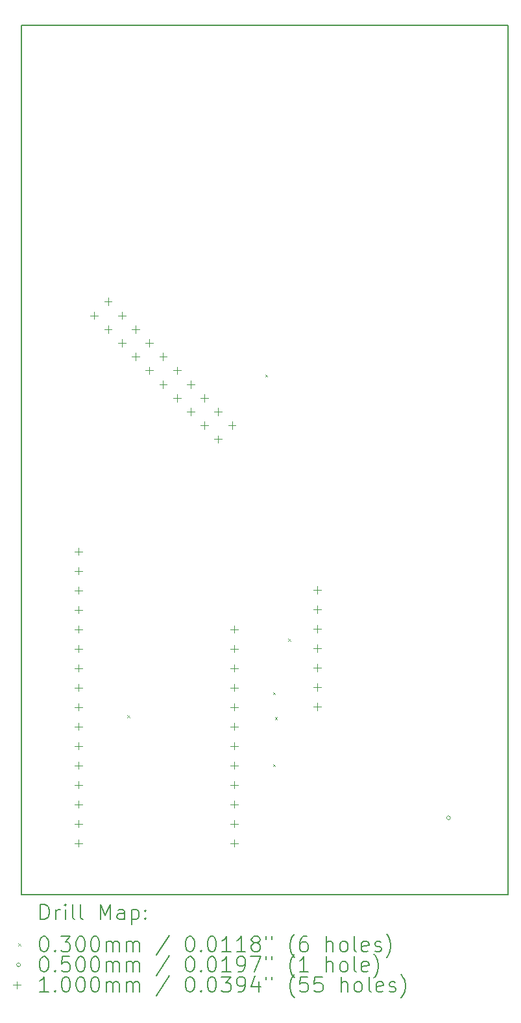
<source format=gbr>
%TF.GenerationSoftware,KiCad,Pcbnew,9.0.2*%
%TF.CreationDate,2025-09-11T00:30:21-04:00*%
%TF.ProjectId,FIRM_Interestlaunch,4649524d-5f49-46e7-9465-726573746c61,rev?*%
%TF.SameCoordinates,Original*%
%TF.FileFunction,Drillmap*%
%TF.FilePolarity,Positive*%
%FSLAX45Y45*%
G04 Gerber Fmt 4.5, Leading zero omitted, Abs format (unit mm)*
G04 Created by KiCad (PCBNEW 9.0.2) date 2025-09-11 00:30:21*
%MOMM*%
%LPD*%
G01*
G04 APERTURE LIST*
%ADD10C,0.200000*%
%ADD11C,0.100000*%
G04 APERTURE END LIST*
D10*
X11000000Y-2070000D02*
X17350000Y-2070000D01*
X17350000Y-13430000D01*
X11000000Y-13430000D01*
X11000000Y-2070000D01*
D11*
X12385000Y-11085000D02*
X12415000Y-11115000D01*
X12415000Y-11085000D02*
X12385000Y-11115000D01*
X14185000Y-6635000D02*
X14215000Y-6665000D01*
X14215000Y-6635000D02*
X14185000Y-6665000D01*
X14285000Y-10785000D02*
X14315000Y-10815000D01*
X14315000Y-10785000D02*
X14285000Y-10815000D01*
X14285000Y-11724000D02*
X14315000Y-11754000D01*
X14315000Y-11724000D02*
X14285000Y-11754000D01*
X14310000Y-11110000D02*
X14340000Y-11140000D01*
X14340000Y-11110000D02*
X14310000Y-11140000D01*
X14485000Y-10085000D02*
X14515000Y-10115000D01*
X14515000Y-10085000D02*
X14485000Y-10115000D01*
X16600000Y-12425000D02*
G75*
G02*
X16550000Y-12425000I-25000J0D01*
G01*
X16550000Y-12425000D02*
G75*
G02*
X16600000Y-12425000I25000J0D01*
G01*
X11744750Y-8895000D02*
X11744750Y-8995000D01*
X11694750Y-8945000D02*
X11794750Y-8945000D01*
X11744750Y-9149000D02*
X11744750Y-9249000D01*
X11694750Y-9199000D02*
X11794750Y-9199000D01*
X11744750Y-9403000D02*
X11744750Y-9503000D01*
X11694750Y-9453000D02*
X11794750Y-9453000D01*
X11744750Y-9657000D02*
X11744750Y-9757000D01*
X11694750Y-9707000D02*
X11794750Y-9707000D01*
X11744750Y-9911000D02*
X11744750Y-10011000D01*
X11694750Y-9961000D02*
X11794750Y-9961000D01*
X11744750Y-10165000D02*
X11744750Y-10265000D01*
X11694750Y-10215000D02*
X11794750Y-10215000D01*
X11744750Y-10419000D02*
X11744750Y-10519000D01*
X11694750Y-10469000D02*
X11794750Y-10469000D01*
X11744750Y-10673000D02*
X11744750Y-10773000D01*
X11694750Y-10723000D02*
X11794750Y-10723000D01*
X11744750Y-10927000D02*
X11744750Y-11027000D01*
X11694750Y-10977000D02*
X11794750Y-10977000D01*
X11744750Y-11181000D02*
X11744750Y-11281000D01*
X11694750Y-11231000D02*
X11794750Y-11231000D01*
X11744750Y-11435000D02*
X11744750Y-11535000D01*
X11694750Y-11485000D02*
X11794750Y-11485000D01*
X11744750Y-11689000D02*
X11744750Y-11789000D01*
X11694750Y-11739000D02*
X11794750Y-11739000D01*
X11744750Y-11943000D02*
X11744750Y-12043000D01*
X11694750Y-11993000D02*
X11794750Y-11993000D01*
X11744750Y-12197000D02*
X11744750Y-12297000D01*
X11694750Y-12247000D02*
X11794750Y-12247000D01*
X11744750Y-12451000D02*
X11744750Y-12551000D01*
X11694750Y-12501000D02*
X11794750Y-12501000D01*
X11744750Y-12705000D02*
X11744750Y-12805000D01*
X11694750Y-12755000D02*
X11794750Y-12755000D01*
X11953949Y-5813159D02*
X11953949Y-5913159D01*
X11903949Y-5863159D02*
X12003949Y-5863159D01*
X12133554Y-5633554D02*
X12133554Y-5733554D01*
X12083554Y-5683554D02*
X12183554Y-5683554D01*
X12133554Y-5992764D02*
X12133554Y-6092764D01*
X12083554Y-6042764D02*
X12183554Y-6042764D01*
X12313159Y-5813159D02*
X12313159Y-5913159D01*
X12263159Y-5863159D02*
X12363159Y-5863159D01*
X12313159Y-6172369D02*
X12313159Y-6272369D01*
X12263159Y-6222369D02*
X12363159Y-6222369D01*
X12492764Y-5992764D02*
X12492764Y-6092764D01*
X12442764Y-6042764D02*
X12542764Y-6042764D01*
X12492764Y-6351974D02*
X12492764Y-6451974D01*
X12442764Y-6401974D02*
X12542764Y-6401974D01*
X12672369Y-6172369D02*
X12672369Y-6272369D01*
X12622369Y-6222369D02*
X12722369Y-6222369D01*
X12672369Y-6531579D02*
X12672369Y-6631579D01*
X12622369Y-6581579D02*
X12722369Y-6581579D01*
X12851974Y-6351974D02*
X12851974Y-6451974D01*
X12801974Y-6401974D02*
X12901974Y-6401974D01*
X12851974Y-6711185D02*
X12851974Y-6811185D01*
X12801974Y-6761185D02*
X12901974Y-6761185D01*
X13031579Y-6531579D02*
X13031579Y-6631579D01*
X12981579Y-6581579D02*
X13081579Y-6581579D01*
X13031579Y-6890790D02*
X13031579Y-6990790D01*
X12981579Y-6940790D02*
X13081579Y-6940790D01*
X13211185Y-6711185D02*
X13211185Y-6811185D01*
X13161185Y-6761185D02*
X13261185Y-6761185D01*
X13211185Y-7070395D02*
X13211185Y-7170395D01*
X13161185Y-7120395D02*
X13261185Y-7120395D01*
X13390790Y-6890790D02*
X13390790Y-6990790D01*
X13340790Y-6940790D02*
X13440790Y-6940790D01*
X13390790Y-7250000D02*
X13390790Y-7350000D01*
X13340790Y-7300000D02*
X13440790Y-7300000D01*
X13570395Y-7070395D02*
X13570395Y-7170395D01*
X13520395Y-7120395D02*
X13620395Y-7120395D01*
X13570395Y-7429605D02*
X13570395Y-7529605D01*
X13520395Y-7479605D02*
X13620395Y-7479605D01*
X13750000Y-7250000D02*
X13750000Y-7350000D01*
X13700000Y-7300000D02*
X13800000Y-7300000D01*
X13776750Y-9911000D02*
X13776750Y-10011000D01*
X13726750Y-9961000D02*
X13826750Y-9961000D01*
X13776750Y-10165000D02*
X13776750Y-10265000D01*
X13726750Y-10215000D02*
X13826750Y-10215000D01*
X13776750Y-10419000D02*
X13776750Y-10519000D01*
X13726750Y-10469000D02*
X13826750Y-10469000D01*
X13776750Y-10673000D02*
X13776750Y-10773000D01*
X13726750Y-10723000D02*
X13826750Y-10723000D01*
X13776750Y-10927000D02*
X13776750Y-11027000D01*
X13726750Y-10977000D02*
X13826750Y-10977000D01*
X13776750Y-11181000D02*
X13776750Y-11281000D01*
X13726750Y-11231000D02*
X13826750Y-11231000D01*
X13776750Y-11435000D02*
X13776750Y-11535000D01*
X13726750Y-11485000D02*
X13826750Y-11485000D01*
X13776750Y-11689000D02*
X13776750Y-11789000D01*
X13726750Y-11739000D02*
X13826750Y-11739000D01*
X13776750Y-11943000D02*
X13776750Y-12043000D01*
X13726750Y-11993000D02*
X13826750Y-11993000D01*
X13776750Y-12197000D02*
X13776750Y-12297000D01*
X13726750Y-12247000D02*
X13826750Y-12247000D01*
X13776750Y-12451000D02*
X13776750Y-12551000D01*
X13726750Y-12501000D02*
X13826750Y-12501000D01*
X13776750Y-12705000D02*
X13776750Y-12805000D01*
X13726750Y-12755000D02*
X13826750Y-12755000D01*
X14862250Y-9400000D02*
X14862250Y-9500000D01*
X14812250Y-9450000D02*
X14912250Y-9450000D01*
X14862250Y-9654000D02*
X14862250Y-9754000D01*
X14812250Y-9704000D02*
X14912250Y-9704000D01*
X14862250Y-9908000D02*
X14862250Y-10008000D01*
X14812250Y-9958000D02*
X14912250Y-9958000D01*
X14862250Y-10162000D02*
X14862250Y-10262000D01*
X14812250Y-10212000D02*
X14912250Y-10212000D01*
X14862250Y-10416000D02*
X14862250Y-10516000D01*
X14812250Y-10466000D02*
X14912250Y-10466000D01*
X14862250Y-10670000D02*
X14862250Y-10770000D01*
X14812250Y-10720000D02*
X14912250Y-10720000D01*
X14862250Y-10924000D02*
X14862250Y-11024000D01*
X14812250Y-10974000D02*
X14912250Y-10974000D01*
D10*
X11250777Y-13751484D02*
X11250777Y-13551484D01*
X11250777Y-13551484D02*
X11298396Y-13551484D01*
X11298396Y-13551484D02*
X11326967Y-13561008D01*
X11326967Y-13561008D02*
X11346015Y-13580055D01*
X11346015Y-13580055D02*
X11355539Y-13599103D01*
X11355539Y-13599103D02*
X11365062Y-13637198D01*
X11365062Y-13637198D02*
X11365062Y-13665769D01*
X11365062Y-13665769D02*
X11355539Y-13703865D01*
X11355539Y-13703865D02*
X11346015Y-13722912D01*
X11346015Y-13722912D02*
X11326967Y-13741960D01*
X11326967Y-13741960D02*
X11298396Y-13751484D01*
X11298396Y-13751484D02*
X11250777Y-13751484D01*
X11450777Y-13751484D02*
X11450777Y-13618150D01*
X11450777Y-13656246D02*
X11460301Y-13637198D01*
X11460301Y-13637198D02*
X11469824Y-13627674D01*
X11469824Y-13627674D02*
X11488872Y-13618150D01*
X11488872Y-13618150D02*
X11507920Y-13618150D01*
X11574586Y-13751484D02*
X11574586Y-13618150D01*
X11574586Y-13551484D02*
X11565062Y-13561008D01*
X11565062Y-13561008D02*
X11574586Y-13570531D01*
X11574586Y-13570531D02*
X11584110Y-13561008D01*
X11584110Y-13561008D02*
X11574586Y-13551484D01*
X11574586Y-13551484D02*
X11574586Y-13570531D01*
X11698396Y-13751484D02*
X11679348Y-13741960D01*
X11679348Y-13741960D02*
X11669824Y-13722912D01*
X11669824Y-13722912D02*
X11669824Y-13551484D01*
X11803158Y-13751484D02*
X11784110Y-13741960D01*
X11784110Y-13741960D02*
X11774586Y-13722912D01*
X11774586Y-13722912D02*
X11774586Y-13551484D01*
X12031729Y-13751484D02*
X12031729Y-13551484D01*
X12031729Y-13551484D02*
X12098396Y-13694341D01*
X12098396Y-13694341D02*
X12165062Y-13551484D01*
X12165062Y-13551484D02*
X12165062Y-13751484D01*
X12346015Y-13751484D02*
X12346015Y-13646722D01*
X12346015Y-13646722D02*
X12336491Y-13627674D01*
X12336491Y-13627674D02*
X12317443Y-13618150D01*
X12317443Y-13618150D02*
X12279348Y-13618150D01*
X12279348Y-13618150D02*
X12260301Y-13627674D01*
X12346015Y-13741960D02*
X12326967Y-13751484D01*
X12326967Y-13751484D02*
X12279348Y-13751484D01*
X12279348Y-13751484D02*
X12260301Y-13741960D01*
X12260301Y-13741960D02*
X12250777Y-13722912D01*
X12250777Y-13722912D02*
X12250777Y-13703865D01*
X12250777Y-13703865D02*
X12260301Y-13684817D01*
X12260301Y-13684817D02*
X12279348Y-13675293D01*
X12279348Y-13675293D02*
X12326967Y-13675293D01*
X12326967Y-13675293D02*
X12346015Y-13665769D01*
X12441253Y-13618150D02*
X12441253Y-13818150D01*
X12441253Y-13627674D02*
X12460301Y-13618150D01*
X12460301Y-13618150D02*
X12498396Y-13618150D01*
X12498396Y-13618150D02*
X12517443Y-13627674D01*
X12517443Y-13627674D02*
X12526967Y-13637198D01*
X12526967Y-13637198D02*
X12536491Y-13656246D01*
X12536491Y-13656246D02*
X12536491Y-13713388D01*
X12536491Y-13713388D02*
X12526967Y-13732436D01*
X12526967Y-13732436D02*
X12517443Y-13741960D01*
X12517443Y-13741960D02*
X12498396Y-13751484D01*
X12498396Y-13751484D02*
X12460301Y-13751484D01*
X12460301Y-13751484D02*
X12441253Y-13741960D01*
X12622205Y-13732436D02*
X12631729Y-13741960D01*
X12631729Y-13741960D02*
X12622205Y-13751484D01*
X12622205Y-13751484D02*
X12612682Y-13741960D01*
X12612682Y-13741960D02*
X12622205Y-13732436D01*
X12622205Y-13732436D02*
X12622205Y-13751484D01*
X12622205Y-13627674D02*
X12631729Y-13637198D01*
X12631729Y-13637198D02*
X12622205Y-13646722D01*
X12622205Y-13646722D02*
X12612682Y-13637198D01*
X12612682Y-13637198D02*
X12622205Y-13627674D01*
X12622205Y-13627674D02*
X12622205Y-13646722D01*
D11*
X10960000Y-14065000D02*
X10990000Y-14095000D01*
X10990000Y-14065000D02*
X10960000Y-14095000D01*
D10*
X11288872Y-13971484D02*
X11307920Y-13971484D01*
X11307920Y-13971484D02*
X11326967Y-13981008D01*
X11326967Y-13981008D02*
X11336491Y-13990531D01*
X11336491Y-13990531D02*
X11346015Y-14009579D01*
X11346015Y-14009579D02*
X11355539Y-14047674D01*
X11355539Y-14047674D02*
X11355539Y-14095293D01*
X11355539Y-14095293D02*
X11346015Y-14133388D01*
X11346015Y-14133388D02*
X11336491Y-14152436D01*
X11336491Y-14152436D02*
X11326967Y-14161960D01*
X11326967Y-14161960D02*
X11307920Y-14171484D01*
X11307920Y-14171484D02*
X11288872Y-14171484D01*
X11288872Y-14171484D02*
X11269824Y-14161960D01*
X11269824Y-14161960D02*
X11260301Y-14152436D01*
X11260301Y-14152436D02*
X11250777Y-14133388D01*
X11250777Y-14133388D02*
X11241253Y-14095293D01*
X11241253Y-14095293D02*
X11241253Y-14047674D01*
X11241253Y-14047674D02*
X11250777Y-14009579D01*
X11250777Y-14009579D02*
X11260301Y-13990531D01*
X11260301Y-13990531D02*
X11269824Y-13981008D01*
X11269824Y-13981008D02*
X11288872Y-13971484D01*
X11441253Y-14152436D02*
X11450777Y-14161960D01*
X11450777Y-14161960D02*
X11441253Y-14171484D01*
X11441253Y-14171484D02*
X11431729Y-14161960D01*
X11431729Y-14161960D02*
X11441253Y-14152436D01*
X11441253Y-14152436D02*
X11441253Y-14171484D01*
X11517443Y-13971484D02*
X11641253Y-13971484D01*
X11641253Y-13971484D02*
X11574586Y-14047674D01*
X11574586Y-14047674D02*
X11603158Y-14047674D01*
X11603158Y-14047674D02*
X11622205Y-14057198D01*
X11622205Y-14057198D02*
X11631729Y-14066722D01*
X11631729Y-14066722D02*
X11641253Y-14085769D01*
X11641253Y-14085769D02*
X11641253Y-14133388D01*
X11641253Y-14133388D02*
X11631729Y-14152436D01*
X11631729Y-14152436D02*
X11622205Y-14161960D01*
X11622205Y-14161960D02*
X11603158Y-14171484D01*
X11603158Y-14171484D02*
X11546015Y-14171484D01*
X11546015Y-14171484D02*
X11526967Y-14161960D01*
X11526967Y-14161960D02*
X11517443Y-14152436D01*
X11765062Y-13971484D02*
X11784110Y-13971484D01*
X11784110Y-13971484D02*
X11803158Y-13981008D01*
X11803158Y-13981008D02*
X11812682Y-13990531D01*
X11812682Y-13990531D02*
X11822205Y-14009579D01*
X11822205Y-14009579D02*
X11831729Y-14047674D01*
X11831729Y-14047674D02*
X11831729Y-14095293D01*
X11831729Y-14095293D02*
X11822205Y-14133388D01*
X11822205Y-14133388D02*
X11812682Y-14152436D01*
X11812682Y-14152436D02*
X11803158Y-14161960D01*
X11803158Y-14161960D02*
X11784110Y-14171484D01*
X11784110Y-14171484D02*
X11765062Y-14171484D01*
X11765062Y-14171484D02*
X11746015Y-14161960D01*
X11746015Y-14161960D02*
X11736491Y-14152436D01*
X11736491Y-14152436D02*
X11726967Y-14133388D01*
X11726967Y-14133388D02*
X11717443Y-14095293D01*
X11717443Y-14095293D02*
X11717443Y-14047674D01*
X11717443Y-14047674D02*
X11726967Y-14009579D01*
X11726967Y-14009579D02*
X11736491Y-13990531D01*
X11736491Y-13990531D02*
X11746015Y-13981008D01*
X11746015Y-13981008D02*
X11765062Y-13971484D01*
X11955539Y-13971484D02*
X11974586Y-13971484D01*
X11974586Y-13971484D02*
X11993634Y-13981008D01*
X11993634Y-13981008D02*
X12003158Y-13990531D01*
X12003158Y-13990531D02*
X12012682Y-14009579D01*
X12012682Y-14009579D02*
X12022205Y-14047674D01*
X12022205Y-14047674D02*
X12022205Y-14095293D01*
X12022205Y-14095293D02*
X12012682Y-14133388D01*
X12012682Y-14133388D02*
X12003158Y-14152436D01*
X12003158Y-14152436D02*
X11993634Y-14161960D01*
X11993634Y-14161960D02*
X11974586Y-14171484D01*
X11974586Y-14171484D02*
X11955539Y-14171484D01*
X11955539Y-14171484D02*
X11936491Y-14161960D01*
X11936491Y-14161960D02*
X11926967Y-14152436D01*
X11926967Y-14152436D02*
X11917443Y-14133388D01*
X11917443Y-14133388D02*
X11907920Y-14095293D01*
X11907920Y-14095293D02*
X11907920Y-14047674D01*
X11907920Y-14047674D02*
X11917443Y-14009579D01*
X11917443Y-14009579D02*
X11926967Y-13990531D01*
X11926967Y-13990531D02*
X11936491Y-13981008D01*
X11936491Y-13981008D02*
X11955539Y-13971484D01*
X12107920Y-14171484D02*
X12107920Y-14038150D01*
X12107920Y-14057198D02*
X12117443Y-14047674D01*
X12117443Y-14047674D02*
X12136491Y-14038150D01*
X12136491Y-14038150D02*
X12165063Y-14038150D01*
X12165063Y-14038150D02*
X12184110Y-14047674D01*
X12184110Y-14047674D02*
X12193634Y-14066722D01*
X12193634Y-14066722D02*
X12193634Y-14171484D01*
X12193634Y-14066722D02*
X12203158Y-14047674D01*
X12203158Y-14047674D02*
X12222205Y-14038150D01*
X12222205Y-14038150D02*
X12250777Y-14038150D01*
X12250777Y-14038150D02*
X12269824Y-14047674D01*
X12269824Y-14047674D02*
X12279348Y-14066722D01*
X12279348Y-14066722D02*
X12279348Y-14171484D01*
X12374586Y-14171484D02*
X12374586Y-14038150D01*
X12374586Y-14057198D02*
X12384110Y-14047674D01*
X12384110Y-14047674D02*
X12403158Y-14038150D01*
X12403158Y-14038150D02*
X12431729Y-14038150D01*
X12431729Y-14038150D02*
X12450777Y-14047674D01*
X12450777Y-14047674D02*
X12460301Y-14066722D01*
X12460301Y-14066722D02*
X12460301Y-14171484D01*
X12460301Y-14066722D02*
X12469824Y-14047674D01*
X12469824Y-14047674D02*
X12488872Y-14038150D01*
X12488872Y-14038150D02*
X12517443Y-14038150D01*
X12517443Y-14038150D02*
X12536491Y-14047674D01*
X12536491Y-14047674D02*
X12546015Y-14066722D01*
X12546015Y-14066722D02*
X12546015Y-14171484D01*
X12936491Y-13961960D02*
X12765063Y-14219103D01*
X13193634Y-13971484D02*
X13212682Y-13971484D01*
X13212682Y-13971484D02*
X13231729Y-13981008D01*
X13231729Y-13981008D02*
X13241253Y-13990531D01*
X13241253Y-13990531D02*
X13250777Y-14009579D01*
X13250777Y-14009579D02*
X13260301Y-14047674D01*
X13260301Y-14047674D02*
X13260301Y-14095293D01*
X13260301Y-14095293D02*
X13250777Y-14133388D01*
X13250777Y-14133388D02*
X13241253Y-14152436D01*
X13241253Y-14152436D02*
X13231729Y-14161960D01*
X13231729Y-14161960D02*
X13212682Y-14171484D01*
X13212682Y-14171484D02*
X13193634Y-14171484D01*
X13193634Y-14171484D02*
X13174586Y-14161960D01*
X13174586Y-14161960D02*
X13165063Y-14152436D01*
X13165063Y-14152436D02*
X13155539Y-14133388D01*
X13155539Y-14133388D02*
X13146015Y-14095293D01*
X13146015Y-14095293D02*
X13146015Y-14047674D01*
X13146015Y-14047674D02*
X13155539Y-14009579D01*
X13155539Y-14009579D02*
X13165063Y-13990531D01*
X13165063Y-13990531D02*
X13174586Y-13981008D01*
X13174586Y-13981008D02*
X13193634Y-13971484D01*
X13346015Y-14152436D02*
X13355539Y-14161960D01*
X13355539Y-14161960D02*
X13346015Y-14171484D01*
X13346015Y-14171484D02*
X13336491Y-14161960D01*
X13336491Y-14161960D02*
X13346015Y-14152436D01*
X13346015Y-14152436D02*
X13346015Y-14171484D01*
X13479348Y-13971484D02*
X13498396Y-13971484D01*
X13498396Y-13971484D02*
X13517444Y-13981008D01*
X13517444Y-13981008D02*
X13526967Y-13990531D01*
X13526967Y-13990531D02*
X13536491Y-14009579D01*
X13536491Y-14009579D02*
X13546015Y-14047674D01*
X13546015Y-14047674D02*
X13546015Y-14095293D01*
X13546015Y-14095293D02*
X13536491Y-14133388D01*
X13536491Y-14133388D02*
X13526967Y-14152436D01*
X13526967Y-14152436D02*
X13517444Y-14161960D01*
X13517444Y-14161960D02*
X13498396Y-14171484D01*
X13498396Y-14171484D02*
X13479348Y-14171484D01*
X13479348Y-14171484D02*
X13460301Y-14161960D01*
X13460301Y-14161960D02*
X13450777Y-14152436D01*
X13450777Y-14152436D02*
X13441253Y-14133388D01*
X13441253Y-14133388D02*
X13431729Y-14095293D01*
X13431729Y-14095293D02*
X13431729Y-14047674D01*
X13431729Y-14047674D02*
X13441253Y-14009579D01*
X13441253Y-14009579D02*
X13450777Y-13990531D01*
X13450777Y-13990531D02*
X13460301Y-13981008D01*
X13460301Y-13981008D02*
X13479348Y-13971484D01*
X13736491Y-14171484D02*
X13622206Y-14171484D01*
X13679348Y-14171484D02*
X13679348Y-13971484D01*
X13679348Y-13971484D02*
X13660301Y-14000055D01*
X13660301Y-14000055D02*
X13641253Y-14019103D01*
X13641253Y-14019103D02*
X13622206Y-14028627D01*
X13926967Y-14171484D02*
X13812682Y-14171484D01*
X13869825Y-14171484D02*
X13869825Y-13971484D01*
X13869825Y-13971484D02*
X13850777Y-14000055D01*
X13850777Y-14000055D02*
X13831729Y-14019103D01*
X13831729Y-14019103D02*
X13812682Y-14028627D01*
X14041253Y-14057198D02*
X14022206Y-14047674D01*
X14022206Y-14047674D02*
X14012682Y-14038150D01*
X14012682Y-14038150D02*
X14003158Y-14019103D01*
X14003158Y-14019103D02*
X14003158Y-14009579D01*
X14003158Y-14009579D02*
X14012682Y-13990531D01*
X14012682Y-13990531D02*
X14022206Y-13981008D01*
X14022206Y-13981008D02*
X14041253Y-13971484D01*
X14041253Y-13971484D02*
X14079348Y-13971484D01*
X14079348Y-13971484D02*
X14098396Y-13981008D01*
X14098396Y-13981008D02*
X14107920Y-13990531D01*
X14107920Y-13990531D02*
X14117444Y-14009579D01*
X14117444Y-14009579D02*
X14117444Y-14019103D01*
X14117444Y-14019103D02*
X14107920Y-14038150D01*
X14107920Y-14038150D02*
X14098396Y-14047674D01*
X14098396Y-14047674D02*
X14079348Y-14057198D01*
X14079348Y-14057198D02*
X14041253Y-14057198D01*
X14041253Y-14057198D02*
X14022206Y-14066722D01*
X14022206Y-14066722D02*
X14012682Y-14076246D01*
X14012682Y-14076246D02*
X14003158Y-14095293D01*
X14003158Y-14095293D02*
X14003158Y-14133388D01*
X14003158Y-14133388D02*
X14012682Y-14152436D01*
X14012682Y-14152436D02*
X14022206Y-14161960D01*
X14022206Y-14161960D02*
X14041253Y-14171484D01*
X14041253Y-14171484D02*
X14079348Y-14171484D01*
X14079348Y-14171484D02*
X14098396Y-14161960D01*
X14098396Y-14161960D02*
X14107920Y-14152436D01*
X14107920Y-14152436D02*
X14117444Y-14133388D01*
X14117444Y-14133388D02*
X14117444Y-14095293D01*
X14117444Y-14095293D02*
X14107920Y-14076246D01*
X14107920Y-14076246D02*
X14098396Y-14066722D01*
X14098396Y-14066722D02*
X14079348Y-14057198D01*
X14193634Y-13971484D02*
X14193634Y-14009579D01*
X14269825Y-13971484D02*
X14269825Y-14009579D01*
X14565063Y-14247674D02*
X14555539Y-14238150D01*
X14555539Y-14238150D02*
X14536491Y-14209579D01*
X14536491Y-14209579D02*
X14526968Y-14190531D01*
X14526968Y-14190531D02*
X14517444Y-14161960D01*
X14517444Y-14161960D02*
X14507920Y-14114341D01*
X14507920Y-14114341D02*
X14507920Y-14076246D01*
X14507920Y-14076246D02*
X14517444Y-14028627D01*
X14517444Y-14028627D02*
X14526968Y-14000055D01*
X14526968Y-14000055D02*
X14536491Y-13981008D01*
X14536491Y-13981008D02*
X14555539Y-13952436D01*
X14555539Y-13952436D02*
X14565063Y-13942912D01*
X14726968Y-13971484D02*
X14688872Y-13971484D01*
X14688872Y-13971484D02*
X14669825Y-13981008D01*
X14669825Y-13981008D02*
X14660301Y-13990531D01*
X14660301Y-13990531D02*
X14641253Y-14019103D01*
X14641253Y-14019103D02*
X14631729Y-14057198D01*
X14631729Y-14057198D02*
X14631729Y-14133388D01*
X14631729Y-14133388D02*
X14641253Y-14152436D01*
X14641253Y-14152436D02*
X14650777Y-14161960D01*
X14650777Y-14161960D02*
X14669825Y-14171484D01*
X14669825Y-14171484D02*
X14707920Y-14171484D01*
X14707920Y-14171484D02*
X14726968Y-14161960D01*
X14726968Y-14161960D02*
X14736491Y-14152436D01*
X14736491Y-14152436D02*
X14746015Y-14133388D01*
X14746015Y-14133388D02*
X14746015Y-14085769D01*
X14746015Y-14085769D02*
X14736491Y-14066722D01*
X14736491Y-14066722D02*
X14726968Y-14057198D01*
X14726968Y-14057198D02*
X14707920Y-14047674D01*
X14707920Y-14047674D02*
X14669825Y-14047674D01*
X14669825Y-14047674D02*
X14650777Y-14057198D01*
X14650777Y-14057198D02*
X14641253Y-14066722D01*
X14641253Y-14066722D02*
X14631729Y-14085769D01*
X14984110Y-14171484D02*
X14984110Y-13971484D01*
X15069825Y-14171484D02*
X15069825Y-14066722D01*
X15069825Y-14066722D02*
X15060301Y-14047674D01*
X15060301Y-14047674D02*
X15041253Y-14038150D01*
X15041253Y-14038150D02*
X15012682Y-14038150D01*
X15012682Y-14038150D02*
X14993634Y-14047674D01*
X14993634Y-14047674D02*
X14984110Y-14057198D01*
X15193634Y-14171484D02*
X15174587Y-14161960D01*
X15174587Y-14161960D02*
X15165063Y-14152436D01*
X15165063Y-14152436D02*
X15155539Y-14133388D01*
X15155539Y-14133388D02*
X15155539Y-14076246D01*
X15155539Y-14076246D02*
X15165063Y-14057198D01*
X15165063Y-14057198D02*
X15174587Y-14047674D01*
X15174587Y-14047674D02*
X15193634Y-14038150D01*
X15193634Y-14038150D02*
X15222206Y-14038150D01*
X15222206Y-14038150D02*
X15241253Y-14047674D01*
X15241253Y-14047674D02*
X15250777Y-14057198D01*
X15250777Y-14057198D02*
X15260301Y-14076246D01*
X15260301Y-14076246D02*
X15260301Y-14133388D01*
X15260301Y-14133388D02*
X15250777Y-14152436D01*
X15250777Y-14152436D02*
X15241253Y-14161960D01*
X15241253Y-14161960D02*
X15222206Y-14171484D01*
X15222206Y-14171484D02*
X15193634Y-14171484D01*
X15374587Y-14171484D02*
X15355539Y-14161960D01*
X15355539Y-14161960D02*
X15346015Y-14142912D01*
X15346015Y-14142912D02*
X15346015Y-13971484D01*
X15526968Y-14161960D02*
X15507920Y-14171484D01*
X15507920Y-14171484D02*
X15469825Y-14171484D01*
X15469825Y-14171484D02*
X15450777Y-14161960D01*
X15450777Y-14161960D02*
X15441253Y-14142912D01*
X15441253Y-14142912D02*
X15441253Y-14066722D01*
X15441253Y-14066722D02*
X15450777Y-14047674D01*
X15450777Y-14047674D02*
X15469825Y-14038150D01*
X15469825Y-14038150D02*
X15507920Y-14038150D01*
X15507920Y-14038150D02*
X15526968Y-14047674D01*
X15526968Y-14047674D02*
X15536491Y-14066722D01*
X15536491Y-14066722D02*
X15536491Y-14085769D01*
X15536491Y-14085769D02*
X15441253Y-14104817D01*
X15612682Y-14161960D02*
X15631730Y-14171484D01*
X15631730Y-14171484D02*
X15669825Y-14171484D01*
X15669825Y-14171484D02*
X15688872Y-14161960D01*
X15688872Y-14161960D02*
X15698396Y-14142912D01*
X15698396Y-14142912D02*
X15698396Y-14133388D01*
X15698396Y-14133388D02*
X15688872Y-14114341D01*
X15688872Y-14114341D02*
X15669825Y-14104817D01*
X15669825Y-14104817D02*
X15641253Y-14104817D01*
X15641253Y-14104817D02*
X15622206Y-14095293D01*
X15622206Y-14095293D02*
X15612682Y-14076246D01*
X15612682Y-14076246D02*
X15612682Y-14066722D01*
X15612682Y-14066722D02*
X15622206Y-14047674D01*
X15622206Y-14047674D02*
X15641253Y-14038150D01*
X15641253Y-14038150D02*
X15669825Y-14038150D01*
X15669825Y-14038150D02*
X15688872Y-14047674D01*
X15765063Y-14247674D02*
X15774587Y-14238150D01*
X15774587Y-14238150D02*
X15793634Y-14209579D01*
X15793634Y-14209579D02*
X15803158Y-14190531D01*
X15803158Y-14190531D02*
X15812682Y-14161960D01*
X15812682Y-14161960D02*
X15822206Y-14114341D01*
X15822206Y-14114341D02*
X15822206Y-14076246D01*
X15822206Y-14076246D02*
X15812682Y-14028627D01*
X15812682Y-14028627D02*
X15803158Y-14000055D01*
X15803158Y-14000055D02*
X15793634Y-13981008D01*
X15793634Y-13981008D02*
X15774587Y-13952436D01*
X15774587Y-13952436D02*
X15765063Y-13942912D01*
D11*
X10990000Y-14344000D02*
G75*
G02*
X10940000Y-14344000I-25000J0D01*
G01*
X10940000Y-14344000D02*
G75*
G02*
X10990000Y-14344000I25000J0D01*
G01*
D10*
X11288872Y-14235484D02*
X11307920Y-14235484D01*
X11307920Y-14235484D02*
X11326967Y-14245008D01*
X11326967Y-14245008D02*
X11336491Y-14254531D01*
X11336491Y-14254531D02*
X11346015Y-14273579D01*
X11346015Y-14273579D02*
X11355539Y-14311674D01*
X11355539Y-14311674D02*
X11355539Y-14359293D01*
X11355539Y-14359293D02*
X11346015Y-14397388D01*
X11346015Y-14397388D02*
X11336491Y-14416436D01*
X11336491Y-14416436D02*
X11326967Y-14425960D01*
X11326967Y-14425960D02*
X11307920Y-14435484D01*
X11307920Y-14435484D02*
X11288872Y-14435484D01*
X11288872Y-14435484D02*
X11269824Y-14425960D01*
X11269824Y-14425960D02*
X11260301Y-14416436D01*
X11260301Y-14416436D02*
X11250777Y-14397388D01*
X11250777Y-14397388D02*
X11241253Y-14359293D01*
X11241253Y-14359293D02*
X11241253Y-14311674D01*
X11241253Y-14311674D02*
X11250777Y-14273579D01*
X11250777Y-14273579D02*
X11260301Y-14254531D01*
X11260301Y-14254531D02*
X11269824Y-14245008D01*
X11269824Y-14245008D02*
X11288872Y-14235484D01*
X11441253Y-14416436D02*
X11450777Y-14425960D01*
X11450777Y-14425960D02*
X11441253Y-14435484D01*
X11441253Y-14435484D02*
X11431729Y-14425960D01*
X11431729Y-14425960D02*
X11441253Y-14416436D01*
X11441253Y-14416436D02*
X11441253Y-14435484D01*
X11631729Y-14235484D02*
X11536491Y-14235484D01*
X11536491Y-14235484D02*
X11526967Y-14330722D01*
X11526967Y-14330722D02*
X11536491Y-14321198D01*
X11536491Y-14321198D02*
X11555539Y-14311674D01*
X11555539Y-14311674D02*
X11603158Y-14311674D01*
X11603158Y-14311674D02*
X11622205Y-14321198D01*
X11622205Y-14321198D02*
X11631729Y-14330722D01*
X11631729Y-14330722D02*
X11641253Y-14349769D01*
X11641253Y-14349769D02*
X11641253Y-14397388D01*
X11641253Y-14397388D02*
X11631729Y-14416436D01*
X11631729Y-14416436D02*
X11622205Y-14425960D01*
X11622205Y-14425960D02*
X11603158Y-14435484D01*
X11603158Y-14435484D02*
X11555539Y-14435484D01*
X11555539Y-14435484D02*
X11536491Y-14425960D01*
X11536491Y-14425960D02*
X11526967Y-14416436D01*
X11765062Y-14235484D02*
X11784110Y-14235484D01*
X11784110Y-14235484D02*
X11803158Y-14245008D01*
X11803158Y-14245008D02*
X11812682Y-14254531D01*
X11812682Y-14254531D02*
X11822205Y-14273579D01*
X11822205Y-14273579D02*
X11831729Y-14311674D01*
X11831729Y-14311674D02*
X11831729Y-14359293D01*
X11831729Y-14359293D02*
X11822205Y-14397388D01*
X11822205Y-14397388D02*
X11812682Y-14416436D01*
X11812682Y-14416436D02*
X11803158Y-14425960D01*
X11803158Y-14425960D02*
X11784110Y-14435484D01*
X11784110Y-14435484D02*
X11765062Y-14435484D01*
X11765062Y-14435484D02*
X11746015Y-14425960D01*
X11746015Y-14425960D02*
X11736491Y-14416436D01*
X11736491Y-14416436D02*
X11726967Y-14397388D01*
X11726967Y-14397388D02*
X11717443Y-14359293D01*
X11717443Y-14359293D02*
X11717443Y-14311674D01*
X11717443Y-14311674D02*
X11726967Y-14273579D01*
X11726967Y-14273579D02*
X11736491Y-14254531D01*
X11736491Y-14254531D02*
X11746015Y-14245008D01*
X11746015Y-14245008D02*
X11765062Y-14235484D01*
X11955539Y-14235484D02*
X11974586Y-14235484D01*
X11974586Y-14235484D02*
X11993634Y-14245008D01*
X11993634Y-14245008D02*
X12003158Y-14254531D01*
X12003158Y-14254531D02*
X12012682Y-14273579D01*
X12012682Y-14273579D02*
X12022205Y-14311674D01*
X12022205Y-14311674D02*
X12022205Y-14359293D01*
X12022205Y-14359293D02*
X12012682Y-14397388D01*
X12012682Y-14397388D02*
X12003158Y-14416436D01*
X12003158Y-14416436D02*
X11993634Y-14425960D01*
X11993634Y-14425960D02*
X11974586Y-14435484D01*
X11974586Y-14435484D02*
X11955539Y-14435484D01*
X11955539Y-14435484D02*
X11936491Y-14425960D01*
X11936491Y-14425960D02*
X11926967Y-14416436D01*
X11926967Y-14416436D02*
X11917443Y-14397388D01*
X11917443Y-14397388D02*
X11907920Y-14359293D01*
X11907920Y-14359293D02*
X11907920Y-14311674D01*
X11907920Y-14311674D02*
X11917443Y-14273579D01*
X11917443Y-14273579D02*
X11926967Y-14254531D01*
X11926967Y-14254531D02*
X11936491Y-14245008D01*
X11936491Y-14245008D02*
X11955539Y-14235484D01*
X12107920Y-14435484D02*
X12107920Y-14302150D01*
X12107920Y-14321198D02*
X12117443Y-14311674D01*
X12117443Y-14311674D02*
X12136491Y-14302150D01*
X12136491Y-14302150D02*
X12165063Y-14302150D01*
X12165063Y-14302150D02*
X12184110Y-14311674D01*
X12184110Y-14311674D02*
X12193634Y-14330722D01*
X12193634Y-14330722D02*
X12193634Y-14435484D01*
X12193634Y-14330722D02*
X12203158Y-14311674D01*
X12203158Y-14311674D02*
X12222205Y-14302150D01*
X12222205Y-14302150D02*
X12250777Y-14302150D01*
X12250777Y-14302150D02*
X12269824Y-14311674D01*
X12269824Y-14311674D02*
X12279348Y-14330722D01*
X12279348Y-14330722D02*
X12279348Y-14435484D01*
X12374586Y-14435484D02*
X12374586Y-14302150D01*
X12374586Y-14321198D02*
X12384110Y-14311674D01*
X12384110Y-14311674D02*
X12403158Y-14302150D01*
X12403158Y-14302150D02*
X12431729Y-14302150D01*
X12431729Y-14302150D02*
X12450777Y-14311674D01*
X12450777Y-14311674D02*
X12460301Y-14330722D01*
X12460301Y-14330722D02*
X12460301Y-14435484D01*
X12460301Y-14330722D02*
X12469824Y-14311674D01*
X12469824Y-14311674D02*
X12488872Y-14302150D01*
X12488872Y-14302150D02*
X12517443Y-14302150D01*
X12517443Y-14302150D02*
X12536491Y-14311674D01*
X12536491Y-14311674D02*
X12546015Y-14330722D01*
X12546015Y-14330722D02*
X12546015Y-14435484D01*
X12936491Y-14225960D02*
X12765063Y-14483103D01*
X13193634Y-14235484D02*
X13212682Y-14235484D01*
X13212682Y-14235484D02*
X13231729Y-14245008D01*
X13231729Y-14245008D02*
X13241253Y-14254531D01*
X13241253Y-14254531D02*
X13250777Y-14273579D01*
X13250777Y-14273579D02*
X13260301Y-14311674D01*
X13260301Y-14311674D02*
X13260301Y-14359293D01*
X13260301Y-14359293D02*
X13250777Y-14397388D01*
X13250777Y-14397388D02*
X13241253Y-14416436D01*
X13241253Y-14416436D02*
X13231729Y-14425960D01*
X13231729Y-14425960D02*
X13212682Y-14435484D01*
X13212682Y-14435484D02*
X13193634Y-14435484D01*
X13193634Y-14435484D02*
X13174586Y-14425960D01*
X13174586Y-14425960D02*
X13165063Y-14416436D01*
X13165063Y-14416436D02*
X13155539Y-14397388D01*
X13155539Y-14397388D02*
X13146015Y-14359293D01*
X13146015Y-14359293D02*
X13146015Y-14311674D01*
X13146015Y-14311674D02*
X13155539Y-14273579D01*
X13155539Y-14273579D02*
X13165063Y-14254531D01*
X13165063Y-14254531D02*
X13174586Y-14245008D01*
X13174586Y-14245008D02*
X13193634Y-14235484D01*
X13346015Y-14416436D02*
X13355539Y-14425960D01*
X13355539Y-14425960D02*
X13346015Y-14435484D01*
X13346015Y-14435484D02*
X13336491Y-14425960D01*
X13336491Y-14425960D02*
X13346015Y-14416436D01*
X13346015Y-14416436D02*
X13346015Y-14435484D01*
X13479348Y-14235484D02*
X13498396Y-14235484D01*
X13498396Y-14235484D02*
X13517444Y-14245008D01*
X13517444Y-14245008D02*
X13526967Y-14254531D01*
X13526967Y-14254531D02*
X13536491Y-14273579D01*
X13536491Y-14273579D02*
X13546015Y-14311674D01*
X13546015Y-14311674D02*
X13546015Y-14359293D01*
X13546015Y-14359293D02*
X13536491Y-14397388D01*
X13536491Y-14397388D02*
X13526967Y-14416436D01*
X13526967Y-14416436D02*
X13517444Y-14425960D01*
X13517444Y-14425960D02*
X13498396Y-14435484D01*
X13498396Y-14435484D02*
X13479348Y-14435484D01*
X13479348Y-14435484D02*
X13460301Y-14425960D01*
X13460301Y-14425960D02*
X13450777Y-14416436D01*
X13450777Y-14416436D02*
X13441253Y-14397388D01*
X13441253Y-14397388D02*
X13431729Y-14359293D01*
X13431729Y-14359293D02*
X13431729Y-14311674D01*
X13431729Y-14311674D02*
X13441253Y-14273579D01*
X13441253Y-14273579D02*
X13450777Y-14254531D01*
X13450777Y-14254531D02*
X13460301Y-14245008D01*
X13460301Y-14245008D02*
X13479348Y-14235484D01*
X13736491Y-14435484D02*
X13622206Y-14435484D01*
X13679348Y-14435484D02*
X13679348Y-14235484D01*
X13679348Y-14235484D02*
X13660301Y-14264055D01*
X13660301Y-14264055D02*
X13641253Y-14283103D01*
X13641253Y-14283103D02*
X13622206Y-14292627D01*
X13831729Y-14435484D02*
X13869825Y-14435484D01*
X13869825Y-14435484D02*
X13888872Y-14425960D01*
X13888872Y-14425960D02*
X13898396Y-14416436D01*
X13898396Y-14416436D02*
X13917444Y-14387865D01*
X13917444Y-14387865D02*
X13926967Y-14349769D01*
X13926967Y-14349769D02*
X13926967Y-14273579D01*
X13926967Y-14273579D02*
X13917444Y-14254531D01*
X13917444Y-14254531D02*
X13907920Y-14245008D01*
X13907920Y-14245008D02*
X13888872Y-14235484D01*
X13888872Y-14235484D02*
X13850777Y-14235484D01*
X13850777Y-14235484D02*
X13831729Y-14245008D01*
X13831729Y-14245008D02*
X13822206Y-14254531D01*
X13822206Y-14254531D02*
X13812682Y-14273579D01*
X13812682Y-14273579D02*
X13812682Y-14321198D01*
X13812682Y-14321198D02*
X13822206Y-14340246D01*
X13822206Y-14340246D02*
X13831729Y-14349769D01*
X13831729Y-14349769D02*
X13850777Y-14359293D01*
X13850777Y-14359293D02*
X13888872Y-14359293D01*
X13888872Y-14359293D02*
X13907920Y-14349769D01*
X13907920Y-14349769D02*
X13917444Y-14340246D01*
X13917444Y-14340246D02*
X13926967Y-14321198D01*
X13993634Y-14235484D02*
X14126967Y-14235484D01*
X14126967Y-14235484D02*
X14041253Y-14435484D01*
X14193634Y-14235484D02*
X14193634Y-14273579D01*
X14269825Y-14235484D02*
X14269825Y-14273579D01*
X14565063Y-14511674D02*
X14555539Y-14502150D01*
X14555539Y-14502150D02*
X14536491Y-14473579D01*
X14536491Y-14473579D02*
X14526968Y-14454531D01*
X14526968Y-14454531D02*
X14517444Y-14425960D01*
X14517444Y-14425960D02*
X14507920Y-14378341D01*
X14507920Y-14378341D02*
X14507920Y-14340246D01*
X14507920Y-14340246D02*
X14517444Y-14292627D01*
X14517444Y-14292627D02*
X14526968Y-14264055D01*
X14526968Y-14264055D02*
X14536491Y-14245008D01*
X14536491Y-14245008D02*
X14555539Y-14216436D01*
X14555539Y-14216436D02*
X14565063Y-14206912D01*
X14746015Y-14435484D02*
X14631729Y-14435484D01*
X14688872Y-14435484D02*
X14688872Y-14235484D01*
X14688872Y-14235484D02*
X14669825Y-14264055D01*
X14669825Y-14264055D02*
X14650777Y-14283103D01*
X14650777Y-14283103D02*
X14631729Y-14292627D01*
X14984110Y-14435484D02*
X14984110Y-14235484D01*
X15069825Y-14435484D02*
X15069825Y-14330722D01*
X15069825Y-14330722D02*
X15060301Y-14311674D01*
X15060301Y-14311674D02*
X15041253Y-14302150D01*
X15041253Y-14302150D02*
X15012682Y-14302150D01*
X15012682Y-14302150D02*
X14993634Y-14311674D01*
X14993634Y-14311674D02*
X14984110Y-14321198D01*
X15193634Y-14435484D02*
X15174587Y-14425960D01*
X15174587Y-14425960D02*
X15165063Y-14416436D01*
X15165063Y-14416436D02*
X15155539Y-14397388D01*
X15155539Y-14397388D02*
X15155539Y-14340246D01*
X15155539Y-14340246D02*
X15165063Y-14321198D01*
X15165063Y-14321198D02*
X15174587Y-14311674D01*
X15174587Y-14311674D02*
X15193634Y-14302150D01*
X15193634Y-14302150D02*
X15222206Y-14302150D01*
X15222206Y-14302150D02*
X15241253Y-14311674D01*
X15241253Y-14311674D02*
X15250777Y-14321198D01*
X15250777Y-14321198D02*
X15260301Y-14340246D01*
X15260301Y-14340246D02*
X15260301Y-14397388D01*
X15260301Y-14397388D02*
X15250777Y-14416436D01*
X15250777Y-14416436D02*
X15241253Y-14425960D01*
X15241253Y-14425960D02*
X15222206Y-14435484D01*
X15222206Y-14435484D02*
X15193634Y-14435484D01*
X15374587Y-14435484D02*
X15355539Y-14425960D01*
X15355539Y-14425960D02*
X15346015Y-14406912D01*
X15346015Y-14406912D02*
X15346015Y-14235484D01*
X15526968Y-14425960D02*
X15507920Y-14435484D01*
X15507920Y-14435484D02*
X15469825Y-14435484D01*
X15469825Y-14435484D02*
X15450777Y-14425960D01*
X15450777Y-14425960D02*
X15441253Y-14406912D01*
X15441253Y-14406912D02*
X15441253Y-14330722D01*
X15441253Y-14330722D02*
X15450777Y-14311674D01*
X15450777Y-14311674D02*
X15469825Y-14302150D01*
X15469825Y-14302150D02*
X15507920Y-14302150D01*
X15507920Y-14302150D02*
X15526968Y-14311674D01*
X15526968Y-14311674D02*
X15536491Y-14330722D01*
X15536491Y-14330722D02*
X15536491Y-14349769D01*
X15536491Y-14349769D02*
X15441253Y-14368817D01*
X15603158Y-14511674D02*
X15612682Y-14502150D01*
X15612682Y-14502150D02*
X15631730Y-14473579D01*
X15631730Y-14473579D02*
X15641253Y-14454531D01*
X15641253Y-14454531D02*
X15650777Y-14425960D01*
X15650777Y-14425960D02*
X15660301Y-14378341D01*
X15660301Y-14378341D02*
X15660301Y-14340246D01*
X15660301Y-14340246D02*
X15650777Y-14292627D01*
X15650777Y-14292627D02*
X15641253Y-14264055D01*
X15641253Y-14264055D02*
X15631730Y-14245008D01*
X15631730Y-14245008D02*
X15612682Y-14216436D01*
X15612682Y-14216436D02*
X15603158Y-14206912D01*
D11*
X10940000Y-14558000D02*
X10940000Y-14658000D01*
X10890000Y-14608000D02*
X10990000Y-14608000D01*
D10*
X11355539Y-14699484D02*
X11241253Y-14699484D01*
X11298396Y-14699484D02*
X11298396Y-14499484D01*
X11298396Y-14499484D02*
X11279348Y-14528055D01*
X11279348Y-14528055D02*
X11260301Y-14547103D01*
X11260301Y-14547103D02*
X11241253Y-14556627D01*
X11441253Y-14680436D02*
X11450777Y-14689960D01*
X11450777Y-14689960D02*
X11441253Y-14699484D01*
X11441253Y-14699484D02*
X11431729Y-14689960D01*
X11431729Y-14689960D02*
X11441253Y-14680436D01*
X11441253Y-14680436D02*
X11441253Y-14699484D01*
X11574586Y-14499484D02*
X11593634Y-14499484D01*
X11593634Y-14499484D02*
X11612682Y-14509008D01*
X11612682Y-14509008D02*
X11622205Y-14518531D01*
X11622205Y-14518531D02*
X11631729Y-14537579D01*
X11631729Y-14537579D02*
X11641253Y-14575674D01*
X11641253Y-14575674D02*
X11641253Y-14623293D01*
X11641253Y-14623293D02*
X11631729Y-14661388D01*
X11631729Y-14661388D02*
X11622205Y-14680436D01*
X11622205Y-14680436D02*
X11612682Y-14689960D01*
X11612682Y-14689960D02*
X11593634Y-14699484D01*
X11593634Y-14699484D02*
X11574586Y-14699484D01*
X11574586Y-14699484D02*
X11555539Y-14689960D01*
X11555539Y-14689960D02*
X11546015Y-14680436D01*
X11546015Y-14680436D02*
X11536491Y-14661388D01*
X11536491Y-14661388D02*
X11526967Y-14623293D01*
X11526967Y-14623293D02*
X11526967Y-14575674D01*
X11526967Y-14575674D02*
X11536491Y-14537579D01*
X11536491Y-14537579D02*
X11546015Y-14518531D01*
X11546015Y-14518531D02*
X11555539Y-14509008D01*
X11555539Y-14509008D02*
X11574586Y-14499484D01*
X11765062Y-14499484D02*
X11784110Y-14499484D01*
X11784110Y-14499484D02*
X11803158Y-14509008D01*
X11803158Y-14509008D02*
X11812682Y-14518531D01*
X11812682Y-14518531D02*
X11822205Y-14537579D01*
X11822205Y-14537579D02*
X11831729Y-14575674D01*
X11831729Y-14575674D02*
X11831729Y-14623293D01*
X11831729Y-14623293D02*
X11822205Y-14661388D01*
X11822205Y-14661388D02*
X11812682Y-14680436D01*
X11812682Y-14680436D02*
X11803158Y-14689960D01*
X11803158Y-14689960D02*
X11784110Y-14699484D01*
X11784110Y-14699484D02*
X11765062Y-14699484D01*
X11765062Y-14699484D02*
X11746015Y-14689960D01*
X11746015Y-14689960D02*
X11736491Y-14680436D01*
X11736491Y-14680436D02*
X11726967Y-14661388D01*
X11726967Y-14661388D02*
X11717443Y-14623293D01*
X11717443Y-14623293D02*
X11717443Y-14575674D01*
X11717443Y-14575674D02*
X11726967Y-14537579D01*
X11726967Y-14537579D02*
X11736491Y-14518531D01*
X11736491Y-14518531D02*
X11746015Y-14509008D01*
X11746015Y-14509008D02*
X11765062Y-14499484D01*
X11955539Y-14499484D02*
X11974586Y-14499484D01*
X11974586Y-14499484D02*
X11993634Y-14509008D01*
X11993634Y-14509008D02*
X12003158Y-14518531D01*
X12003158Y-14518531D02*
X12012682Y-14537579D01*
X12012682Y-14537579D02*
X12022205Y-14575674D01*
X12022205Y-14575674D02*
X12022205Y-14623293D01*
X12022205Y-14623293D02*
X12012682Y-14661388D01*
X12012682Y-14661388D02*
X12003158Y-14680436D01*
X12003158Y-14680436D02*
X11993634Y-14689960D01*
X11993634Y-14689960D02*
X11974586Y-14699484D01*
X11974586Y-14699484D02*
X11955539Y-14699484D01*
X11955539Y-14699484D02*
X11936491Y-14689960D01*
X11936491Y-14689960D02*
X11926967Y-14680436D01*
X11926967Y-14680436D02*
X11917443Y-14661388D01*
X11917443Y-14661388D02*
X11907920Y-14623293D01*
X11907920Y-14623293D02*
X11907920Y-14575674D01*
X11907920Y-14575674D02*
X11917443Y-14537579D01*
X11917443Y-14537579D02*
X11926967Y-14518531D01*
X11926967Y-14518531D02*
X11936491Y-14509008D01*
X11936491Y-14509008D02*
X11955539Y-14499484D01*
X12107920Y-14699484D02*
X12107920Y-14566150D01*
X12107920Y-14585198D02*
X12117443Y-14575674D01*
X12117443Y-14575674D02*
X12136491Y-14566150D01*
X12136491Y-14566150D02*
X12165063Y-14566150D01*
X12165063Y-14566150D02*
X12184110Y-14575674D01*
X12184110Y-14575674D02*
X12193634Y-14594722D01*
X12193634Y-14594722D02*
X12193634Y-14699484D01*
X12193634Y-14594722D02*
X12203158Y-14575674D01*
X12203158Y-14575674D02*
X12222205Y-14566150D01*
X12222205Y-14566150D02*
X12250777Y-14566150D01*
X12250777Y-14566150D02*
X12269824Y-14575674D01*
X12269824Y-14575674D02*
X12279348Y-14594722D01*
X12279348Y-14594722D02*
X12279348Y-14699484D01*
X12374586Y-14699484D02*
X12374586Y-14566150D01*
X12374586Y-14585198D02*
X12384110Y-14575674D01*
X12384110Y-14575674D02*
X12403158Y-14566150D01*
X12403158Y-14566150D02*
X12431729Y-14566150D01*
X12431729Y-14566150D02*
X12450777Y-14575674D01*
X12450777Y-14575674D02*
X12460301Y-14594722D01*
X12460301Y-14594722D02*
X12460301Y-14699484D01*
X12460301Y-14594722D02*
X12469824Y-14575674D01*
X12469824Y-14575674D02*
X12488872Y-14566150D01*
X12488872Y-14566150D02*
X12517443Y-14566150D01*
X12517443Y-14566150D02*
X12536491Y-14575674D01*
X12536491Y-14575674D02*
X12546015Y-14594722D01*
X12546015Y-14594722D02*
X12546015Y-14699484D01*
X12936491Y-14489960D02*
X12765063Y-14747103D01*
X13193634Y-14499484D02*
X13212682Y-14499484D01*
X13212682Y-14499484D02*
X13231729Y-14509008D01*
X13231729Y-14509008D02*
X13241253Y-14518531D01*
X13241253Y-14518531D02*
X13250777Y-14537579D01*
X13250777Y-14537579D02*
X13260301Y-14575674D01*
X13260301Y-14575674D02*
X13260301Y-14623293D01*
X13260301Y-14623293D02*
X13250777Y-14661388D01*
X13250777Y-14661388D02*
X13241253Y-14680436D01*
X13241253Y-14680436D02*
X13231729Y-14689960D01*
X13231729Y-14689960D02*
X13212682Y-14699484D01*
X13212682Y-14699484D02*
X13193634Y-14699484D01*
X13193634Y-14699484D02*
X13174586Y-14689960D01*
X13174586Y-14689960D02*
X13165063Y-14680436D01*
X13165063Y-14680436D02*
X13155539Y-14661388D01*
X13155539Y-14661388D02*
X13146015Y-14623293D01*
X13146015Y-14623293D02*
X13146015Y-14575674D01*
X13146015Y-14575674D02*
X13155539Y-14537579D01*
X13155539Y-14537579D02*
X13165063Y-14518531D01*
X13165063Y-14518531D02*
X13174586Y-14509008D01*
X13174586Y-14509008D02*
X13193634Y-14499484D01*
X13346015Y-14680436D02*
X13355539Y-14689960D01*
X13355539Y-14689960D02*
X13346015Y-14699484D01*
X13346015Y-14699484D02*
X13336491Y-14689960D01*
X13336491Y-14689960D02*
X13346015Y-14680436D01*
X13346015Y-14680436D02*
X13346015Y-14699484D01*
X13479348Y-14499484D02*
X13498396Y-14499484D01*
X13498396Y-14499484D02*
X13517444Y-14509008D01*
X13517444Y-14509008D02*
X13526967Y-14518531D01*
X13526967Y-14518531D02*
X13536491Y-14537579D01*
X13536491Y-14537579D02*
X13546015Y-14575674D01*
X13546015Y-14575674D02*
X13546015Y-14623293D01*
X13546015Y-14623293D02*
X13536491Y-14661388D01*
X13536491Y-14661388D02*
X13526967Y-14680436D01*
X13526967Y-14680436D02*
X13517444Y-14689960D01*
X13517444Y-14689960D02*
X13498396Y-14699484D01*
X13498396Y-14699484D02*
X13479348Y-14699484D01*
X13479348Y-14699484D02*
X13460301Y-14689960D01*
X13460301Y-14689960D02*
X13450777Y-14680436D01*
X13450777Y-14680436D02*
X13441253Y-14661388D01*
X13441253Y-14661388D02*
X13431729Y-14623293D01*
X13431729Y-14623293D02*
X13431729Y-14575674D01*
X13431729Y-14575674D02*
X13441253Y-14537579D01*
X13441253Y-14537579D02*
X13450777Y-14518531D01*
X13450777Y-14518531D02*
X13460301Y-14509008D01*
X13460301Y-14509008D02*
X13479348Y-14499484D01*
X13612682Y-14499484D02*
X13736491Y-14499484D01*
X13736491Y-14499484D02*
X13669825Y-14575674D01*
X13669825Y-14575674D02*
X13698396Y-14575674D01*
X13698396Y-14575674D02*
X13717444Y-14585198D01*
X13717444Y-14585198D02*
X13726967Y-14594722D01*
X13726967Y-14594722D02*
X13736491Y-14613769D01*
X13736491Y-14613769D02*
X13736491Y-14661388D01*
X13736491Y-14661388D02*
X13726967Y-14680436D01*
X13726967Y-14680436D02*
X13717444Y-14689960D01*
X13717444Y-14689960D02*
X13698396Y-14699484D01*
X13698396Y-14699484D02*
X13641253Y-14699484D01*
X13641253Y-14699484D02*
X13622206Y-14689960D01*
X13622206Y-14689960D02*
X13612682Y-14680436D01*
X13831729Y-14699484D02*
X13869825Y-14699484D01*
X13869825Y-14699484D02*
X13888872Y-14689960D01*
X13888872Y-14689960D02*
X13898396Y-14680436D01*
X13898396Y-14680436D02*
X13917444Y-14651865D01*
X13917444Y-14651865D02*
X13926967Y-14613769D01*
X13926967Y-14613769D02*
X13926967Y-14537579D01*
X13926967Y-14537579D02*
X13917444Y-14518531D01*
X13917444Y-14518531D02*
X13907920Y-14509008D01*
X13907920Y-14509008D02*
X13888872Y-14499484D01*
X13888872Y-14499484D02*
X13850777Y-14499484D01*
X13850777Y-14499484D02*
X13831729Y-14509008D01*
X13831729Y-14509008D02*
X13822206Y-14518531D01*
X13822206Y-14518531D02*
X13812682Y-14537579D01*
X13812682Y-14537579D02*
X13812682Y-14585198D01*
X13812682Y-14585198D02*
X13822206Y-14604246D01*
X13822206Y-14604246D02*
X13831729Y-14613769D01*
X13831729Y-14613769D02*
X13850777Y-14623293D01*
X13850777Y-14623293D02*
X13888872Y-14623293D01*
X13888872Y-14623293D02*
X13907920Y-14613769D01*
X13907920Y-14613769D02*
X13917444Y-14604246D01*
X13917444Y-14604246D02*
X13926967Y-14585198D01*
X14098396Y-14566150D02*
X14098396Y-14699484D01*
X14050777Y-14489960D02*
X14003158Y-14632817D01*
X14003158Y-14632817D02*
X14126967Y-14632817D01*
X14193634Y-14499484D02*
X14193634Y-14537579D01*
X14269825Y-14499484D02*
X14269825Y-14537579D01*
X14565063Y-14775674D02*
X14555539Y-14766150D01*
X14555539Y-14766150D02*
X14536491Y-14737579D01*
X14536491Y-14737579D02*
X14526968Y-14718531D01*
X14526968Y-14718531D02*
X14517444Y-14689960D01*
X14517444Y-14689960D02*
X14507920Y-14642341D01*
X14507920Y-14642341D02*
X14507920Y-14604246D01*
X14507920Y-14604246D02*
X14517444Y-14556627D01*
X14517444Y-14556627D02*
X14526968Y-14528055D01*
X14526968Y-14528055D02*
X14536491Y-14509008D01*
X14536491Y-14509008D02*
X14555539Y-14480436D01*
X14555539Y-14480436D02*
X14565063Y-14470912D01*
X14736491Y-14499484D02*
X14641253Y-14499484D01*
X14641253Y-14499484D02*
X14631729Y-14594722D01*
X14631729Y-14594722D02*
X14641253Y-14585198D01*
X14641253Y-14585198D02*
X14660301Y-14575674D01*
X14660301Y-14575674D02*
X14707920Y-14575674D01*
X14707920Y-14575674D02*
X14726968Y-14585198D01*
X14726968Y-14585198D02*
X14736491Y-14594722D01*
X14736491Y-14594722D02*
X14746015Y-14613769D01*
X14746015Y-14613769D02*
X14746015Y-14661388D01*
X14746015Y-14661388D02*
X14736491Y-14680436D01*
X14736491Y-14680436D02*
X14726968Y-14689960D01*
X14726968Y-14689960D02*
X14707920Y-14699484D01*
X14707920Y-14699484D02*
X14660301Y-14699484D01*
X14660301Y-14699484D02*
X14641253Y-14689960D01*
X14641253Y-14689960D02*
X14631729Y-14680436D01*
X14926968Y-14499484D02*
X14831729Y-14499484D01*
X14831729Y-14499484D02*
X14822206Y-14594722D01*
X14822206Y-14594722D02*
X14831729Y-14585198D01*
X14831729Y-14585198D02*
X14850777Y-14575674D01*
X14850777Y-14575674D02*
X14898396Y-14575674D01*
X14898396Y-14575674D02*
X14917444Y-14585198D01*
X14917444Y-14585198D02*
X14926968Y-14594722D01*
X14926968Y-14594722D02*
X14936491Y-14613769D01*
X14936491Y-14613769D02*
X14936491Y-14661388D01*
X14936491Y-14661388D02*
X14926968Y-14680436D01*
X14926968Y-14680436D02*
X14917444Y-14689960D01*
X14917444Y-14689960D02*
X14898396Y-14699484D01*
X14898396Y-14699484D02*
X14850777Y-14699484D01*
X14850777Y-14699484D02*
X14831729Y-14689960D01*
X14831729Y-14689960D02*
X14822206Y-14680436D01*
X15174587Y-14699484D02*
X15174587Y-14499484D01*
X15260301Y-14699484D02*
X15260301Y-14594722D01*
X15260301Y-14594722D02*
X15250777Y-14575674D01*
X15250777Y-14575674D02*
X15231730Y-14566150D01*
X15231730Y-14566150D02*
X15203158Y-14566150D01*
X15203158Y-14566150D02*
X15184110Y-14575674D01*
X15184110Y-14575674D02*
X15174587Y-14585198D01*
X15384110Y-14699484D02*
X15365063Y-14689960D01*
X15365063Y-14689960D02*
X15355539Y-14680436D01*
X15355539Y-14680436D02*
X15346015Y-14661388D01*
X15346015Y-14661388D02*
X15346015Y-14604246D01*
X15346015Y-14604246D02*
X15355539Y-14585198D01*
X15355539Y-14585198D02*
X15365063Y-14575674D01*
X15365063Y-14575674D02*
X15384110Y-14566150D01*
X15384110Y-14566150D02*
X15412682Y-14566150D01*
X15412682Y-14566150D02*
X15431730Y-14575674D01*
X15431730Y-14575674D02*
X15441253Y-14585198D01*
X15441253Y-14585198D02*
X15450777Y-14604246D01*
X15450777Y-14604246D02*
X15450777Y-14661388D01*
X15450777Y-14661388D02*
X15441253Y-14680436D01*
X15441253Y-14680436D02*
X15431730Y-14689960D01*
X15431730Y-14689960D02*
X15412682Y-14699484D01*
X15412682Y-14699484D02*
X15384110Y-14699484D01*
X15565063Y-14699484D02*
X15546015Y-14689960D01*
X15546015Y-14689960D02*
X15536491Y-14670912D01*
X15536491Y-14670912D02*
X15536491Y-14499484D01*
X15717444Y-14689960D02*
X15698396Y-14699484D01*
X15698396Y-14699484D02*
X15660301Y-14699484D01*
X15660301Y-14699484D02*
X15641253Y-14689960D01*
X15641253Y-14689960D02*
X15631730Y-14670912D01*
X15631730Y-14670912D02*
X15631730Y-14594722D01*
X15631730Y-14594722D02*
X15641253Y-14575674D01*
X15641253Y-14575674D02*
X15660301Y-14566150D01*
X15660301Y-14566150D02*
X15698396Y-14566150D01*
X15698396Y-14566150D02*
X15717444Y-14575674D01*
X15717444Y-14575674D02*
X15726968Y-14594722D01*
X15726968Y-14594722D02*
X15726968Y-14613769D01*
X15726968Y-14613769D02*
X15631730Y-14632817D01*
X15803158Y-14689960D02*
X15822206Y-14699484D01*
X15822206Y-14699484D02*
X15860301Y-14699484D01*
X15860301Y-14699484D02*
X15879349Y-14689960D01*
X15879349Y-14689960D02*
X15888872Y-14670912D01*
X15888872Y-14670912D02*
X15888872Y-14661388D01*
X15888872Y-14661388D02*
X15879349Y-14642341D01*
X15879349Y-14642341D02*
X15860301Y-14632817D01*
X15860301Y-14632817D02*
X15831730Y-14632817D01*
X15831730Y-14632817D02*
X15812682Y-14623293D01*
X15812682Y-14623293D02*
X15803158Y-14604246D01*
X15803158Y-14604246D02*
X15803158Y-14594722D01*
X15803158Y-14594722D02*
X15812682Y-14575674D01*
X15812682Y-14575674D02*
X15831730Y-14566150D01*
X15831730Y-14566150D02*
X15860301Y-14566150D01*
X15860301Y-14566150D02*
X15879349Y-14575674D01*
X15955539Y-14775674D02*
X15965063Y-14766150D01*
X15965063Y-14766150D02*
X15984111Y-14737579D01*
X15984111Y-14737579D02*
X15993634Y-14718531D01*
X15993634Y-14718531D02*
X16003158Y-14689960D01*
X16003158Y-14689960D02*
X16012682Y-14642341D01*
X16012682Y-14642341D02*
X16012682Y-14604246D01*
X16012682Y-14604246D02*
X16003158Y-14556627D01*
X16003158Y-14556627D02*
X15993634Y-14528055D01*
X15993634Y-14528055D02*
X15984111Y-14509008D01*
X15984111Y-14509008D02*
X15965063Y-14480436D01*
X15965063Y-14480436D02*
X15955539Y-14470912D01*
M02*

</source>
